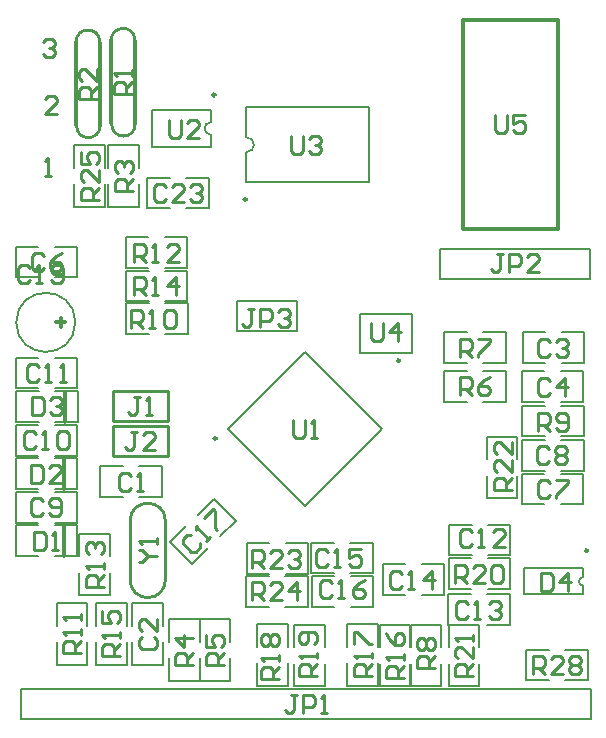
<source format=gto>
%FSLAX43Y43*%
%MOMM*%
G71*
G01*
G75*
%ADD10C,0.300*%
%ADD11O,2.000X1.000*%
%ADD12R,2.000X1.000*%
%ADD13R,1.800X1.600*%
%ADD14R,1.600X1.800*%
%ADD15R,0.600X2.150*%
%ADD16R,0.600X2.150*%
%ADD17R,1.450X0.550*%
%ADD18R,1.450X0.550*%
%ADD19R,0.600X2.200*%
%ADD20R,0.600X2.200*%
%ADD21R,0.600X1.700*%
%ADD22R,0.600X1.700*%
%ADD23C,0.125*%
%ADD24C,0.500*%
%ADD25C,0.400*%
%ADD26R,1.400X1.400*%
%ADD27C,1.400*%
%ADD28C,4.000*%
%ADD29C,2.000*%
%ADD30C,1.500*%
%ADD31R,1.500X1.500*%
%ADD32R,1.300X1.300*%
%ADD33C,1.300*%
%ADD34C,1.200*%
%ADD35C,1.270*%
%ADD36R,0.850X1.300*%
%ADD37C,0.600*%
%ADD38C,0.200*%
%ADD39C,0.250*%
%ADD40C,0.254*%
D10*
X46285Y47365D02*
Y49915D01*
X38285Y47365D02*
X46285D01*
X38285D02*
Y65065D01*
X46235D01*
X46285Y49865D02*
Y65040D01*
X3789Y39433D02*
X4589D01*
X4189Y39033D02*
Y39833D01*
X7525Y56095D02*
Y63095D01*
X5525Y56175D02*
Y63175D01*
X10500Y56225D02*
Y63225D01*
X8500Y56305D02*
Y63305D01*
X4524Y19665D02*
Y22205D01*
Y25335D02*
Y27875D01*
X4549Y31030D02*
Y33570D01*
D38*
X19925Y53840D02*
G03*
X19925Y55110I0J635D01*
G01*
X5439Y39433D02*
G03*
X5439Y39433I-2500J0D01*
G01*
X48450Y17867D02*
G03*
X48450Y17133I0J-367D01*
G01*
X16925Y56383D02*
G03*
X16925Y55317I0J-533D01*
G01*
X5357Y54413D02*
X7957D01*
X5357Y49213D02*
X7957D01*
Y51113D01*
X5357Y49213D02*
Y51113D01*
X7957Y52513D02*
Y54413D01*
X5357Y52513D02*
Y54413D01*
X16738Y49093D02*
Y51693D01*
X11538Y49093D02*
Y51693D01*
Y49093D02*
X13438D01*
X11538Y51693D02*
X13438D01*
X14838Y49093D02*
X16738D01*
X14838Y51693D02*
X16738D01*
X19925Y57625D02*
X30325D01*
X19925Y51325D02*
X30325D01*
Y57625D01*
X19925Y55110D02*
Y57625D01*
Y51325D02*
Y53840D01*
X29525Y40150D02*
X33925D01*
X29525Y36850D02*
X33925D01*
Y40150D01*
X29525Y36850D02*
Y40150D01*
X46913Y11718D02*
X48813D01*
X46913Y9118D02*
X48813D01*
X43613Y11718D02*
X45513D01*
X43613Y9118D02*
X45513D01*
X43613D02*
Y11718D01*
X48813Y9118D02*
Y11718D01*
X48450Y17867D02*
Y18600D01*
Y16400D02*
Y17133D01*
X43450Y16400D02*
Y18600D01*
X48450D01*
X43450Y16400D02*
X48450D01*
X16925Y56383D02*
Y57450D01*
Y54250D02*
Y55317D01*
X11925Y54250D02*
Y57450D01*
X16925D01*
X11925Y54250D02*
X16925D01*
X8243Y49212D02*
X10843D01*
X8243Y54412D02*
X10843D01*
X8243Y52512D02*
Y54412D01*
X10843Y52512D02*
Y54412D01*
X8243Y51112D02*
X8243Y49212D01*
X10843D02*
Y51112D01*
X39565Y8370D02*
X39777Y8370D01*
X2735D02*
X49090D01*
X830D02*
X2735D01*
X830Y5830D02*
Y8370D01*
Y5830D02*
X49090D01*
Y8370D01*
X48997Y43146D02*
Y45686D01*
X36297Y43146D02*
X48997D01*
X36297Y45686D02*
X48997D01*
X36297Y43146D02*
Y45686D01*
X10863Y27243D02*
X12763D01*
X10863Y24643D02*
X12763Y24643D01*
X7563Y27243D02*
X9463D01*
X7563Y24643D02*
X9463D01*
X7563D02*
Y27243D01*
X12763Y24643D02*
Y27243D01*
X10282Y13738D02*
Y15638D01*
X12882D02*
X12882Y13738D01*
X10282Y10438D02*
Y12338D01*
X12882Y10438D02*
Y12338D01*
X10282Y10438D02*
X12882D01*
X10282Y15638D02*
X12882D01*
X15957Y12388D02*
Y14288D01*
X18557Y12388D02*
Y14288D01*
X15957Y9088D02*
Y10988D01*
X18557Y9088D02*
Y10988D01*
X15957Y9088D02*
X18557D01*
X15957Y14288D02*
X18557D01*
X13357Y12388D02*
Y14288D01*
X15957Y12388D02*
Y14288D01*
X13357Y9088D02*
Y10988D01*
X15957Y9088D02*
Y10988D01*
X13357Y9088D02*
X15957D01*
X13357Y14288D02*
X15957D01*
X43262Y32682D02*
X45162D01*
X43262Y35282D02*
X45162Y35282D01*
X46562Y32682D02*
X48462D01*
X46562Y35282D02*
X48462D01*
Y32682D02*
Y35282D01*
X43262Y32682D02*
Y35282D01*
X43312Y35982D02*
X45212D01*
X43312Y38582D02*
X45212Y38582D01*
X46612Y35982D02*
X48512D01*
X46612Y38582D02*
X48512D01*
Y35982D02*
Y38582D01*
X43312Y35982D02*
Y38582D01*
X39988Y35293D02*
X41888D01*
X39988Y32693D02*
X41888D01*
X36688Y35293D02*
X38588D01*
X36688Y32693D02*
X38588D01*
X36688D02*
Y35293D01*
X41888Y32693D02*
Y35293D01*
X39988Y38593D02*
X41888D01*
X39988Y35993D02*
X41888D01*
X36688Y38593D02*
X38588D01*
X36688Y35993D02*
X38588D01*
X36688D02*
Y38593D01*
X41888Y35993D02*
Y38593D01*
X24900Y23920D02*
X31405Y30425D01*
X18395D02*
X24900Y36930D01*
X18395Y30425D02*
X24900Y23920D01*
Y36930D02*
X31405Y30425D01*
X3713Y45843D02*
X5613D01*
X3713Y43243D02*
X5613Y43243D01*
X413Y45843D02*
X2313D01*
X413Y43243D02*
X2313D01*
X413D02*
Y45843D01*
X5613Y43243D02*
Y45843D01*
X43262Y24032D02*
X45162D01*
X43262Y26632D02*
X45162Y26632D01*
X46562Y24032D02*
X48462D01*
X46562Y26632D02*
X48462D01*
Y24032D02*
Y26632D01*
X43262Y24032D02*
Y26632D01*
X43287Y26882D02*
X45187D01*
X43287Y29482D02*
X45187Y29482D01*
X46587Y26882D02*
X48487D01*
X46587Y29482D02*
X48487D01*
Y26882D02*
Y29482D01*
X43287Y26882D02*
Y29482D01*
X36443Y8637D02*
Y10537D01*
X33843D02*
X33843Y8637D01*
X36443Y11937D02*
Y13837D01*
X33843Y11937D02*
Y13837D01*
X36443D01*
X33843Y8637D02*
X36443D01*
X43287Y29782D02*
X45187D01*
X43287Y32382D02*
X45187Y32382D01*
X46587Y29782D02*
X48487D01*
X46587Y32382D02*
X48487D01*
Y29782D02*
Y32382D01*
X43287Y29782D02*
Y32382D01*
X3688Y25075D02*
X5588D01*
X3688Y22475D02*
X5588D01*
X388Y25075D02*
X2288D01*
X388Y22475D02*
X2288D01*
X388D02*
Y25075D01*
X5588Y22475D02*
Y25075D01*
X3688Y30745D02*
X5588D01*
X3688Y28145D02*
X5588D01*
X388Y30745D02*
X2288D01*
X388Y28145D02*
X2288Y28145D01*
X388Y28145D02*
Y30745D01*
X5588Y28145D02*
Y30745D01*
X3713Y36440D02*
X5613D01*
X3713Y33840D02*
X5613Y33840D01*
X413Y36440D02*
X2313Y36440D01*
X413Y33840D02*
X2313D01*
X413D02*
X413Y36440D01*
X5613Y33840D02*
X5613Y36440D01*
X405Y19644D02*
X2305D01*
X405Y22244D02*
X2305D01*
X3705Y19644D02*
X5605Y19644D01*
X3705Y22244D02*
X5605Y22244D01*
X5605Y19644D02*
X5605Y22244D01*
X405Y19644D02*
Y22244D01*
X405Y25314D02*
X2305Y25314D01*
X405Y27914D02*
X2305D01*
X3705Y25314D02*
X5605Y25314D01*
X3705Y27914D02*
X5605Y27914D01*
Y25314D02*
Y27914D01*
X405Y25314D02*
Y27914D01*
X430Y31009D02*
X2330D01*
X430Y33609D02*
X2330D01*
X3730Y31009D02*
X5630D01*
X3730Y33609D02*
X5630D01*
Y31009D02*
Y33609D01*
X430Y31009D02*
Y33609D01*
X13063Y41068D02*
X14963D01*
X13063Y38468D02*
X14963Y38468D01*
X9763Y41068D02*
X11663D01*
X9763Y38468D02*
X11663D01*
X9763D02*
Y41068D01*
X14963Y38468D02*
Y41068D01*
X6468Y10462D02*
Y12362D01*
X3868D02*
X3868Y10462D01*
X6468Y13762D02*
Y15662D01*
X3868Y13762D02*
Y15662D01*
X6468D01*
X3868Y10462D02*
X6468D01*
X13013Y46618D02*
X14913D01*
X13013Y44018D02*
X14913Y44018D01*
X9713Y46618D02*
X11613D01*
X9713Y44018D02*
X11613D01*
X9713D02*
Y46618D01*
X14913Y44018D02*
Y46618D01*
X8368Y16312D02*
Y18212D01*
X5768D02*
X5768Y16312D01*
X8368Y19612D02*
Y21512D01*
X5768Y19612D02*
Y21512D01*
X8368D01*
X5768Y16312D02*
X8368D01*
X13038Y43818D02*
X14938D01*
X13038Y41218D02*
X14938Y41218D01*
X9738Y43818D02*
X11638D01*
X9738Y41218D02*
X11638D01*
X9738D02*
Y43818D01*
X14938Y41218D02*
Y43818D01*
X9818Y10462D02*
Y12362D01*
X7218D02*
X7218Y10462D01*
X9818Y13762D02*
Y15662D01*
X7218Y13762D02*
Y15662D01*
X9818D01*
X7218Y10462D02*
X9818D01*
X37087Y19707D02*
X38987D01*
X37087Y22307D02*
X38987Y22307D01*
X40387Y19707D02*
X42287D01*
X40387Y22307D02*
X42287D01*
Y19707D02*
Y22307D01*
X37087Y19707D02*
Y22307D01*
X37012Y13807D02*
X38912D01*
X37012Y16407D02*
X38912Y16407D01*
X40312Y13807D02*
X42212D01*
X40312Y16407D02*
X42212D01*
Y13807D02*
Y16407D01*
X37012Y13807D02*
Y16407D01*
X31487Y16382D02*
X33387D01*
X31487Y18982D02*
X33387Y18982D01*
X34787Y16382D02*
X36687D01*
X34787Y18982D02*
X36687D01*
Y16382D02*
Y18982D01*
X31487Y16382D02*
Y18982D01*
X25412Y18182D02*
X27312D01*
X25412Y20782D02*
X27312Y20782D01*
X28712Y18182D02*
X30612D01*
X28712Y20782D02*
X30612D01*
Y18182D02*
Y20782D01*
X25412Y18182D02*
Y20782D01*
X33818Y8637D02*
Y10537D01*
X31218D02*
X31218Y8637D01*
X33818Y11937D02*
Y13837D01*
X31218Y11937D02*
Y13837D01*
X33818D01*
X31218Y8637D02*
X33818D01*
X31043Y8662D02*
Y10562D01*
X28443D02*
X28443Y8662D01*
X31043Y11962D02*
Y13862D01*
X28443Y11962D02*
Y13862D01*
X31043D01*
X28443Y8662D02*
X31043D01*
X26543Y8637D02*
Y10537D01*
X23943D02*
X23943Y8637D01*
X26543Y11937D02*
Y13837D01*
X23943Y11937D02*
Y13837D01*
X26543D01*
X23943Y8637D02*
X26543D01*
X37062Y16882D02*
X38962D01*
X37062Y19482D02*
X38962Y19482D01*
X40362Y16882D02*
X42262D01*
X40362Y19482D02*
X42262D01*
Y16882D02*
Y19482D01*
X37062Y16882D02*
Y19482D01*
X37057Y11938D02*
Y13838D01*
X39657Y11938D02*
Y13838D01*
X37057Y8638D02*
Y10538D01*
X39657Y8638D02*
Y10538D01*
X37057Y8638D02*
X39657D01*
X37057Y13838D02*
X39657D01*
X42868Y24562D02*
Y26462D01*
X40268D02*
X40268Y24562D01*
X42868Y27862D02*
Y29762D01*
X40268Y27862D02*
Y29762D01*
X42868D01*
X40268Y24562D02*
X42868D01*
X23263Y20743D02*
X25163D01*
X23263Y18143D02*
X25163Y18143D01*
X19963Y20743D02*
X21863D01*
X19963Y18143D02*
X21863D01*
X19963D02*
Y20743D01*
X25163Y18143D02*
Y20743D01*
X25443Y15353D02*
X27343D01*
X25443Y17953D02*
X27343D01*
X28743Y15353D02*
X30643D01*
X28743Y17953D02*
X30643Y17953D01*
Y15353D02*
Y17953D01*
X25443Y15353D02*
Y17953D01*
X23422Y8668D02*
Y10568D01*
X20822Y8668D02*
Y10568D01*
X23422Y11968D02*
Y13868D01*
X20822D02*
X20822Y11968D01*
X20822Y13868D02*
X23422D01*
X20822Y8668D02*
X23422D01*
X23232Y17922D02*
X25132D01*
X23232Y15322D02*
X25132D01*
X19932Y17922D02*
X21832D01*
X19932Y15322D02*
X21832Y15322D01*
X19932Y15322D02*
Y17922D01*
X25132Y15322D02*
Y17922D01*
X15832Y23142D02*
X17176Y24486D01*
X17671Y21304D02*
X19014Y22647D01*
X13499Y20809D02*
X14842Y22152D01*
X15337Y18970D02*
X16681Y20314D01*
X13499Y20809D02*
X15337Y18970D01*
X17176Y24486D02*
X19014Y22647D01*
X24180Y41207D02*
X24180Y38667D01*
X19100D02*
X24180D01*
X19100D02*
Y41207D01*
X24180D01*
D39*
X19955Y49850D02*
G03*
X19955Y49850I-125J0D01*
G01*
X32925Y36200D02*
G03*
X32925Y36200I-125J0D01*
G01*
X48830Y20100D02*
G03*
X48830Y20100I-125J0D01*
G01*
X17305Y58700D02*
G03*
X17305Y58700I-125J0D01*
G01*
X17424Y29612D02*
G03*
X17424Y29612I-125J0D01*
G01*
D40*
X5540Y56079D02*
G03*
X7541Y56079I1000J0D01*
G01*
X7510Y63191D02*
G03*
X5509Y63191I-1000J0D01*
G01*
X8515Y56209D02*
G03*
X10516Y56209I1000J0D01*
G01*
X10485Y63321D02*
G03*
X8484Y63321I-1000J0D01*
G01*
X13075Y22617D02*
G03*
X10075Y22617I-1500J0D01*
G01*
X10075Y17617D02*
G03*
X13072Y17717I1500J0D01*
G01*
X10075Y17617D02*
Y22617D01*
X13075Y17617D02*
Y22617D01*
X8658Y33163D02*
Y33663D01*
X13258D01*
Y33563D02*
Y33663D01*
X8658Y31063D02*
Y33563D01*
X13258Y31063D02*
Y33563D01*
X13158Y31063D02*
X13258D01*
X8758Y31063D02*
X13158Y31063D01*
X8758Y28088D02*
X13158Y28088D01*
X13258D01*
Y30588D01*
X8658Y28088D02*
Y30588D01*
X13258D02*
Y30688D01*
X8658D02*
X13258D01*
X8658Y30188D02*
Y30688D01*
X40993Y56975D02*
Y55705D01*
X41247Y55451D01*
X41754D01*
X42008Y55705D01*
Y56975D01*
X43532D02*
X42516D01*
Y56213D01*
X43024Y56467D01*
X43278D01*
X43532Y56213D01*
Y55705D01*
X43278Y55451D01*
X42770D01*
X42516Y55705D01*
X7418Y49781D02*
X5894D01*
Y50543D01*
X6148Y50797D01*
X6656D01*
X6910Y50543D01*
Y49781D01*
Y50289D02*
X7418Y50797D01*
Y52321D02*
Y51305D01*
X6402Y52321D01*
X6148D01*
X5894Y52067D01*
Y51559D01*
X6148Y51305D01*
X5894Y53844D02*
Y52828D01*
X6656D01*
X6402Y53336D01*
Y53590D01*
X6656Y53844D01*
X7164D01*
X7418Y53590D01*
Y53082D01*
X7164Y52828D01*
X13133Y50899D02*
X12879Y51153D01*
X12371D01*
X12117Y50899D01*
Y49883D01*
X12371Y49629D01*
X12879D01*
X13133Y49883D01*
X14656Y49629D02*
X13641D01*
X14656Y50645D01*
Y50899D01*
X14402Y51153D01*
X13894D01*
X13641Y50899D01*
X15164D02*
X15418Y51153D01*
X15926D01*
X16180Y50899D01*
Y50645D01*
X15926Y50391D01*
X15672D01*
X15926D01*
X16180Y50137D01*
Y49883D01*
X15926Y49629D01*
X15418D01*
X15164Y49883D01*
X23725Y55242D02*
Y53972D01*
X23979Y53718D01*
X24487D01*
X24740Y53972D01*
Y55242D01*
X25248Y54988D02*
X25502Y55242D01*
X26010D01*
X26264Y54988D01*
Y54734D01*
X26010Y54480D01*
X25756D01*
X26010D01*
X26264Y54226D01*
Y53972D01*
X26010Y53718D01*
X25502D01*
X25248Y53972D01*
X30500Y39374D02*
Y38104D01*
X30754Y37850D01*
X31262D01*
X31516Y38104D01*
Y39374D01*
X32785Y37850D02*
Y39374D01*
X32024Y38612D01*
X33039D01*
X1609Y44076D02*
X1355Y44330D01*
X848D01*
X594Y44076D01*
Y43060D01*
X848Y42806D01*
X1355D01*
X1609Y43060D01*
X2117Y42806D02*
X2625D01*
X2371D01*
Y44330D01*
X2117Y44076D01*
X3387Y43060D02*
X3641Y42806D01*
X4148D01*
X4402Y43060D01*
Y44076D01*
X4148Y44330D01*
X3641D01*
X3387Y44076D01*
Y43822D01*
X3641Y43568D01*
X4402D01*
X44185Y9664D02*
Y11187D01*
X44947D01*
X45201Y10933D01*
Y10426D01*
X44947Y10172D01*
X44185D01*
X44693D02*
X45201Y9664D01*
X46725D02*
X45709D01*
X46725Y10679D01*
Y10933D01*
X46471Y11187D01*
X45963D01*
X45709Y10933D01*
X47232D02*
X47486Y11187D01*
X47994D01*
X48248Y10933D01*
Y10679D01*
X47994Y10426D01*
X48248Y10172D01*
Y9918D01*
X47994Y9664D01*
X47486D01*
X47232Y9918D01*
Y10172D01*
X47486Y10426D01*
X47232Y10679D01*
Y10933D01*
X47486Y10426D02*
X47994D01*
X44872Y18252D02*
Y16728D01*
X45634D01*
X45888Y16982D01*
Y17998D01*
X45634Y18252D01*
X44872D01*
X47157Y16728D02*
Y18252D01*
X46396Y17490D01*
X47411D01*
X2875Y51850D02*
X3383D01*
X3129D01*
Y53374D01*
X2875Y53120D01*
X3891Y57050D02*
X2875D01*
X3891Y58066D01*
Y58320D01*
X3637Y58574D01*
X3129D01*
X2875Y58320D01*
X2700Y63195D02*
X2954Y63449D01*
X3462D01*
X3716Y63195D01*
Y62941D01*
X3462Y62687D01*
X3208D01*
X3462D01*
X3716Y62433D01*
Y62179D01*
X3462Y61925D01*
X2954D01*
X2700Y62179D01*
X13350Y56599D02*
Y55329D01*
X13604Y55075D01*
X14112D01*
X14366Y55329D01*
Y56599D01*
X15889Y55075D02*
X14874D01*
X15889Y56091D01*
Y56345D01*
X15635Y56599D01*
X15127D01*
X14874Y56345D01*
X10314Y50543D02*
X8790D01*
Y51305D01*
X9044Y51559D01*
X9552D01*
X9806Y51305D01*
Y50543D01*
Y51051D02*
X10314Y51559D01*
X9044Y52067D02*
X8790Y52321D01*
Y52829D01*
X9044Y53083D01*
X9298D01*
X9552Y52829D01*
Y52575D01*
Y52829D01*
X9806Y53083D01*
X10060D01*
X10314Y52829D01*
Y52321D01*
X10060Y52067D01*
X7291Y58367D02*
X5767D01*
Y59129D01*
X6021Y59383D01*
X6529D01*
X6783Y59129D01*
Y58367D01*
Y58875D02*
X7291Y59383D01*
Y60907D02*
Y59891D01*
X6275Y60907D01*
X6021D01*
X5767Y60653D01*
Y60145D01*
X6021Y59891D01*
X10263Y58748D02*
X8739D01*
Y59509D01*
X8993Y59763D01*
X9501D01*
X9755Y59509D01*
Y58748D01*
Y59255D02*
X10263Y59763D01*
Y60271D02*
Y60779D01*
Y60525D01*
X8739D01*
X8993Y60271D01*
X24207Y7871D02*
X23699D01*
X23953D01*
Y6601D01*
X23699Y6347D01*
X23445D01*
X23191Y6601D01*
X24715Y6347D02*
Y7871D01*
X25477D01*
X25731Y7617D01*
Y7109D01*
X25477Y6855D01*
X24715D01*
X26238Y6347D02*
X26746D01*
X26492D01*
Y7871D01*
X26238Y7617D01*
X41636Y45180D02*
X41128D01*
X41382D01*
Y43911D01*
X41128Y43657D01*
X40875D01*
X40621Y43911D01*
X42144Y43657D02*
Y45180D01*
X42906D01*
X43160Y44926D01*
Y44419D01*
X42906Y44165D01*
X42144D01*
X44683Y43657D02*
X43668D01*
X44683Y44672D01*
Y44926D01*
X44429Y45180D01*
X43922D01*
X43668Y44926D01*
X10161Y26464D02*
X9907Y26718D01*
X9399D01*
X9145Y26464D01*
Y25448D01*
X9399Y25194D01*
X9907D01*
X10161Y25448D01*
X10669Y25194D02*
X11177D01*
X10923D01*
Y26718D01*
X10669Y26464D01*
X11076Y12783D02*
X10822Y12529D01*
Y12021D01*
X11076Y11767D01*
X12092D01*
X12346Y12021D01*
Y12529D01*
X12092Y12783D01*
X12346Y14306D02*
Y13290D01*
X11330Y14306D01*
X11076D01*
X10822Y14052D01*
Y13544D01*
X11076Y13290D01*
X10822Y19108D02*
X11076D01*
X11584Y19615D01*
X11076Y20123D01*
X10822D01*
X11584Y19615D02*
X12346D01*
Y20631D02*
Y21139D01*
Y20885D01*
X10822D01*
X11076Y20631D01*
X18023Y10408D02*
X16499D01*
Y11170D01*
X16753Y11423D01*
X17261D01*
X17515Y11170D01*
Y10408D01*
Y10916D02*
X18023Y11423D01*
X16499Y12947D02*
Y11931D01*
X17261D01*
X17007Y12439D01*
Y12693D01*
X17261Y12947D01*
X17769D01*
X18023Y12693D01*
Y12185D01*
X17769Y11931D01*
X15418Y10417D02*
X13894D01*
Y11179D01*
X14148Y11433D01*
X14656D01*
X14910Y11179D01*
Y10417D01*
Y10925D02*
X15418Y11433D01*
Y12703D02*
X13894D01*
X14656Y11941D01*
Y12957D01*
X45601Y34489D02*
X45347Y34743D01*
X44839D01*
X44585Y34489D01*
Y33473D01*
X44839Y33219D01*
X45347D01*
X45601Y33473D01*
X46871Y33219D02*
Y34743D01*
X46109Y33981D01*
X47125D01*
X45649Y37789D02*
X45395Y38043D01*
X44887D01*
X44633Y37789D01*
Y36774D01*
X44887Y36520D01*
X45395D01*
X45649Y36774D01*
X46157Y37789D02*
X46411Y38043D01*
X46919D01*
X47173Y37789D01*
Y37535D01*
X46919Y37281D01*
X46665D01*
X46919D01*
X47173Y37027D01*
Y36774D01*
X46919Y36520D01*
X46411D01*
X46157Y36774D01*
X38029Y33243D02*
Y34767D01*
X38791D01*
X39045Y34513D01*
Y34005D01*
X38791Y33751D01*
X38029D01*
X38537D02*
X39045Y33243D01*
X40569Y34767D02*
X40061Y34513D01*
X39553Y34005D01*
Y33497D01*
X39807Y33243D01*
X40315D01*
X40569Y33497D01*
Y33751D01*
X40315Y34005D01*
X39553D01*
X38029Y36520D02*
Y38043D01*
X38791D01*
X39045Y37789D01*
Y37281D01*
X38791Y37027D01*
X38029D01*
X38537D02*
X39045Y36520D01*
X39553Y38043D02*
X40569D01*
Y37789D01*
X39553Y36774D01*
Y36520D01*
X23874Y31192D02*
Y29923D01*
X24128Y29669D01*
X24636D01*
X24890Y29923D01*
Y31192D01*
X25398Y29669D02*
X25906D01*
X25652D01*
Y31192D01*
X25398Y30938D01*
X2769Y45057D02*
X2516Y45311D01*
X2008D01*
X1754Y45057D01*
Y44041D01*
X2008Y43787D01*
X2516D01*
X2769Y44041D01*
X4293Y45311D02*
X3785Y45057D01*
X3277Y44549D01*
Y44041D01*
X3531Y43787D01*
X4039D01*
X4293Y44041D01*
Y44295D01*
X4039Y44549D01*
X3277D01*
X45619Y25829D02*
X45365Y26083D01*
X44858D01*
X44604Y25829D01*
Y24813D01*
X44858Y24559D01*
X45365D01*
X45619Y24813D01*
X46127Y26083D02*
X47143D01*
Y25829D01*
X46127Y24813D01*
Y24559D01*
X45516Y28695D02*
X45262Y28949D01*
X44754D01*
X44500Y28695D01*
Y27679D01*
X44754Y27425D01*
X45262D01*
X45516Y27679D01*
X46024Y28695D02*
X46277Y28949D01*
X46785D01*
X47039Y28695D01*
Y28441D01*
X46785Y28187D01*
X47039Y27933D01*
Y27679D01*
X46785Y27425D01*
X46277D01*
X46024Y27679D01*
Y27933D01*
X46277Y28187D01*
X46024Y28441D01*
Y28695D01*
X46277Y28187D02*
X46785D01*
X35875Y10175D02*
X34351D01*
Y10937D01*
X34605Y11191D01*
X35113D01*
X35367Y10937D01*
Y10175D01*
Y10683D02*
X35875Y11191D01*
X34605Y11699D02*
X34351Y11952D01*
Y12460D01*
X34605Y12714D01*
X34859D01*
X35113Y12460D01*
X35367Y12714D01*
X35621D01*
X35875Y12460D01*
Y11952D01*
X35621Y11699D01*
X35367D01*
X35113Y11952D01*
X34859Y11699D01*
X34605D01*
X35113Y11952D02*
Y12460D01*
X44600Y30275D02*
Y31799D01*
X45362D01*
X45616Y31545D01*
Y31037D01*
X45362Y30783D01*
X44600D01*
X45108D02*
X45616Y30275D01*
X46124Y30529D02*
X46377Y30275D01*
X46885D01*
X47139Y30529D01*
Y31545D01*
X46885Y31799D01*
X46377D01*
X46124Y31545D01*
Y31291D01*
X46377Y31037D01*
X47139D01*
X2744Y24284D02*
X2490Y24538D01*
X1982D01*
X1728Y24284D01*
Y23268D01*
X1982Y23014D01*
X2490D01*
X2744Y23268D01*
X3252D02*
X3506Y23014D01*
X4014D01*
X4268Y23268D01*
Y24284D01*
X4014Y24538D01*
X3506D01*
X3252Y24284D01*
Y24030D01*
X3506Y23776D01*
X4268D01*
X2109Y29960D02*
X1855Y30214D01*
X1347D01*
X1093Y29960D01*
Y28944D01*
X1347Y28690D01*
X1855D01*
X2109Y28944D01*
X2617Y28690D02*
X3125D01*
X2871D01*
Y30214D01*
X2617Y29960D01*
X3886D02*
X4140Y30214D01*
X4648D01*
X4902Y29960D01*
Y28944D01*
X4648Y28690D01*
X4140D01*
X3886Y28944D01*
Y29960D01*
X2388Y35640D02*
X2134Y35894D01*
X1626D01*
X1372Y35640D01*
Y34624D01*
X1626Y34370D01*
X2134D01*
X2388Y34624D01*
X2896Y34370D02*
X3404D01*
X3150D01*
Y35894D01*
X2896Y35640D01*
X4165Y34370D02*
X4673D01*
X4419D01*
Y35894D01*
X4165Y35640D01*
X1982Y21688D02*
Y20164D01*
X2744D01*
X2998Y20418D01*
Y21434D01*
X2744Y21688D01*
X1982D01*
X3506Y20164D02*
X4014D01*
X3760D01*
Y21688D01*
X3506Y21434D01*
X1728Y27369D02*
Y25846D01*
X2490D01*
X2744Y26100D01*
Y27116D01*
X2490Y27369D01*
X1728D01*
X4268Y25846D02*
X3252D01*
X4268Y26862D01*
Y27116D01*
X4014Y27369D01*
X3506D01*
X3252Y27116D01*
X1753Y33074D02*
Y31551D01*
X2515D01*
X2769Y31805D01*
Y32820D01*
X2515Y33074D01*
X1753D01*
X3277Y32820D02*
X3531Y33074D01*
X4039D01*
X4293Y32820D01*
Y32566D01*
X4039Y32312D01*
X3785D01*
X4039D01*
X4293Y32058D01*
Y31805D01*
X4039Y31551D01*
X3531D01*
X3277Y31805D01*
X10150Y38925D02*
Y40449D01*
X10912D01*
X11166Y40195D01*
Y39687D01*
X10912Y39433D01*
X10150D01*
X10658D02*
X11166Y38925D01*
X11674D02*
X12181D01*
X11927D01*
Y40449D01*
X11674Y40195D01*
X12943D02*
X13197Y40449D01*
X13705D01*
X13959Y40195D01*
Y39179D01*
X13705Y38925D01*
X13197D01*
X12943Y39179D01*
Y40195D01*
X5932Y11417D02*
X4408D01*
Y12179D01*
X4662Y12433D01*
X5170D01*
X5424Y12179D01*
Y11417D01*
Y11925D02*
X5932Y12433D01*
Y12941D02*
Y13449D01*
Y13195D01*
X4408D01*
X4662Y12941D01*
X5932Y14210D02*
Y14718D01*
Y14464D01*
X4408D01*
X4662Y14210D01*
X10415Y44549D02*
Y46073D01*
X11177D01*
X11431Y45819D01*
Y45311D01*
X11177Y45057D01*
X10415D01*
X10923D02*
X11431Y44549D01*
X11939D02*
X12447D01*
X12193D01*
Y46073D01*
X11939Y45819D01*
X14224Y44549D02*
X13208D01*
X14224Y45565D01*
Y45819D01*
X13970Y46073D01*
X13462D01*
X13208Y45819D01*
X7830Y17012D02*
X6307D01*
Y17774D01*
X6561Y18028D01*
X7069D01*
X7323Y17774D01*
Y17012D01*
Y17520D02*
X7830Y18028D01*
Y18536D02*
Y19044D01*
Y18790D01*
X6307D01*
X6561Y18536D01*
Y19806D02*
X6307Y20059D01*
Y20567D01*
X6561Y20821D01*
X6815D01*
X7069Y20567D01*
Y20313D01*
Y20567D01*
X7323Y20821D01*
X7576D01*
X7830Y20567D01*
Y20059D01*
X7576Y19806D01*
X10441Y41755D02*
Y43279D01*
X11202D01*
X11456Y43025D01*
Y42517D01*
X11202Y42263D01*
X10441D01*
X10948D02*
X11456Y41755D01*
X11964D02*
X12472D01*
X12218D01*
Y43279D01*
X11964Y43025D01*
X13995Y41755D02*
Y43279D01*
X13234Y42517D01*
X14249D01*
X9200Y11150D02*
X7676D01*
Y11912D01*
X7930Y12166D01*
X8438D01*
X8692Y11912D01*
Y11150D01*
Y11658D02*
X9200Y12166D01*
Y12674D02*
Y13181D01*
Y12927D01*
X7676D01*
X7930Y12674D01*
X7676Y14959D02*
Y13943D01*
X8438D01*
X8184Y14451D01*
Y14705D01*
X8438Y14959D01*
X8946D01*
X9200Y14705D01*
Y14197D01*
X8946Y13943D01*
X38991Y21670D02*
X38737Y21924D01*
X38229D01*
X37975Y21670D01*
Y20654D01*
X38229Y20400D01*
X38737D01*
X38991Y20654D01*
X39499Y20400D02*
X40006D01*
X39752D01*
Y21924D01*
X39499Y21670D01*
X41784Y20400D02*
X40768D01*
X41784Y21416D01*
Y21670D01*
X41530Y21924D01*
X41022D01*
X40768Y21670D01*
X38716Y15595D02*
X38462Y15849D01*
X37954D01*
X37700Y15595D01*
Y14579D01*
X37954Y14325D01*
X38462D01*
X38716Y14579D01*
X39224Y14325D02*
X39731D01*
X39477D01*
Y15849D01*
X39224Y15595D01*
X40493D02*
X40747Y15849D01*
X41255D01*
X41509Y15595D01*
Y15341D01*
X41255Y15087D01*
X41001D01*
X41255D01*
X41509Y14833D01*
Y14579D01*
X41255Y14325D01*
X40747D01*
X40493Y14579D01*
X33116Y18145D02*
X32862Y18399D01*
X32354D01*
X32100Y18145D01*
Y17129D01*
X32354Y16875D01*
X32862D01*
X33116Y17129D01*
X33624Y16875D02*
X34131D01*
X33877D01*
Y18399D01*
X33624Y18145D01*
X35655Y16875D02*
Y18399D01*
X34893Y17637D01*
X35909D01*
X26866Y20020D02*
X26612Y20274D01*
X26104D01*
X25850Y20020D01*
Y19004D01*
X26104Y18750D01*
X26612D01*
X26866Y19004D01*
X27374Y18750D02*
X27881D01*
X27627D01*
Y20274D01*
X27374Y20020D01*
X29659Y20274D02*
X28643D01*
Y19512D01*
X29151Y19766D01*
X29405D01*
X29659Y19512D01*
Y19004D01*
X29405Y18750D01*
X28897D01*
X28643Y19004D01*
X33300Y9325D02*
X31776D01*
Y10087D01*
X32030Y10341D01*
X32538D01*
X32792Y10087D01*
Y9325D01*
Y9833D02*
X33300Y10341D01*
Y10849D02*
Y11356D01*
Y11102D01*
X31776D01*
X32030Y10849D01*
X31776Y13134D02*
X32030Y12626D01*
X32538Y12118D01*
X33046D01*
X33300Y12372D01*
Y12880D01*
X33046Y13134D01*
X32792D01*
X32538Y12880D01*
Y12118D01*
X30575Y9450D02*
X29051D01*
Y10212D01*
X29305Y10466D01*
X29813D01*
X30067Y10212D01*
Y9450D01*
Y9958D02*
X30575Y10466D01*
Y10974D02*
Y11481D01*
Y11227D01*
X29051D01*
X29305Y10974D01*
X29051Y12243D02*
Y13259D01*
X29305D01*
X30321Y12243D01*
X30575D01*
X25900Y9450D02*
X24376D01*
Y10212D01*
X24630Y10466D01*
X25138D01*
X25392Y10212D01*
Y9450D01*
Y9958D02*
X25900Y10466D01*
Y10974D02*
Y11481D01*
Y11227D01*
X24376D01*
X24630Y10974D01*
X25646Y12243D02*
X25900Y12497D01*
Y13005D01*
X25646Y13259D01*
X24630D01*
X24376Y13005D01*
Y12497D01*
X24630Y12243D01*
X24884D01*
X25138Y12497D01*
Y13259D01*
X37600Y17325D02*
Y18849D01*
X38362D01*
X38616Y18595D01*
Y18087D01*
X38362Y17833D01*
X37600D01*
X38108D02*
X38616Y17325D01*
X40139D02*
X39124D01*
X40139Y18341D01*
Y18595D01*
X39885Y18849D01*
X39377D01*
X39124Y18595D01*
X40647D02*
X40901Y18849D01*
X41409D01*
X41663Y18595D01*
Y17579D01*
X41409Y17325D01*
X40901D01*
X40647Y17579D01*
Y18595D01*
X39150Y9450D02*
X37626D01*
Y10212D01*
X37880Y10466D01*
X38388D01*
X38642Y10212D01*
Y9450D01*
Y9958D02*
X39150Y10466D01*
Y11989D02*
Y10974D01*
X38134Y11989D01*
X37880D01*
X37626Y11735D01*
Y11227D01*
X37880Y10974D01*
X39150Y12497D02*
Y13005D01*
Y12751D01*
X37626D01*
X37880Y12497D01*
X42375Y25250D02*
X40851D01*
Y26012D01*
X41105Y26266D01*
X41613D01*
X41867Y26012D01*
Y25250D01*
Y25758D02*
X42375Y26266D01*
Y27789D02*
Y26774D01*
X41359Y27789D01*
X41105D01*
X40851Y27535D01*
Y27027D01*
X41105Y26774D01*
X42375Y29313D02*
Y28297D01*
X41359Y29313D01*
X41105D01*
X40851Y29059D01*
Y28551D01*
X41105Y28297D01*
X20375Y18675D02*
Y20199D01*
X21137D01*
X21391Y19945D01*
Y19437D01*
X21137Y19183D01*
X20375D01*
X20883D02*
X21391Y18675D01*
X22914D02*
X21899D01*
X22914Y19691D01*
Y19945D01*
X22660Y20199D01*
X22152D01*
X21899Y19945D01*
X23422D02*
X23676Y20199D01*
X24184D01*
X24438Y19945D01*
Y19691D01*
X24184Y19437D01*
X23930D01*
X24184D01*
X24438Y19183D01*
Y18929D01*
X24184Y18675D01*
X23676D01*
X23422Y18929D01*
X10948Y33119D02*
X10440D01*
X10694D01*
Y31849D01*
X10440Y31595D01*
X10187D01*
X9933Y31849D01*
X11456Y31595D02*
X11964D01*
X11710D01*
Y33119D01*
X11456Y32865D01*
X10694Y30147D02*
X10186D01*
X10440D01*
Y28877D01*
X10186Y28623D01*
X9933D01*
X9679Y28877D01*
X12218Y28623D02*
X11202D01*
X12218Y29639D01*
Y29893D01*
X11964Y30147D01*
X11456D01*
X11202Y29893D01*
X27191Y17345D02*
X26937Y17599D01*
X26429D01*
X26175Y17345D01*
Y16329D01*
X26429Y16075D01*
X26937D01*
X27191Y16329D01*
X27699Y16075D02*
X28206D01*
X27952D01*
Y17599D01*
X27699Y17345D01*
X29984Y17599D02*
X29476Y17345D01*
X28968Y16837D01*
Y16329D01*
X29222Y16075D01*
X29730D01*
X29984Y16329D01*
Y16583D01*
X29730Y16837D01*
X28968D01*
X22725Y9225D02*
X21201D01*
Y9987D01*
X21455Y10241D01*
X21963D01*
X22217Y9987D01*
Y9225D01*
Y9733D02*
X22725Y10241D01*
Y10749D02*
Y11256D01*
Y11002D01*
X21201D01*
X21455Y10749D01*
Y12018D02*
X21201Y12272D01*
Y12780D01*
X21455Y13034D01*
X21709D01*
X21963Y12780D01*
X22217Y13034D01*
X22471D01*
X22725Y12780D01*
Y12272D01*
X22471Y12018D01*
X22217D01*
X21963Y12272D01*
X21709Y12018D01*
X21455D01*
X21963Y12272D02*
Y12780D01*
X20425Y15900D02*
Y17424D01*
X21187D01*
X21441Y17170D01*
Y16662D01*
X21187Y16408D01*
X20425D01*
X20933D02*
X21441Y15900D01*
X22964D02*
X21949D01*
X22964Y16916D01*
Y17170D01*
X22710Y17424D01*
X22202D01*
X21949Y17170D01*
X24234Y15900D02*
Y17424D01*
X23472Y16662D01*
X24488D01*
X15270Y21466D02*
X14911D01*
X14552Y21107D01*
Y20748D01*
X15270Y20030D01*
X15630D01*
X15989Y20389D01*
Y20748D01*
X16527Y20927D02*
X16886Y21286D01*
X16707Y21107D01*
X15630Y22184D01*
Y21825D01*
X16348Y22902D02*
X17066Y23620D01*
X17245Y23441D01*
Y22005D01*
X17425Y21825D01*
X20591Y40549D02*
X20083D01*
X20337D01*
Y39279D01*
X20083Y39025D01*
X19829D01*
X19575Y39279D01*
X21099Y39025D02*
Y40549D01*
X21860D01*
X22114Y40295D01*
Y39787D01*
X21860Y39533D01*
X21099D01*
X22622Y40295D02*
X22876Y40549D01*
X23384D01*
X23638Y40295D01*
Y40041D01*
X23384Y39787D01*
X23130D01*
X23384D01*
X23638Y39533D01*
Y39279D01*
X23384Y39025D01*
X22876D01*
X22622Y39279D01*
M02*

</source>
